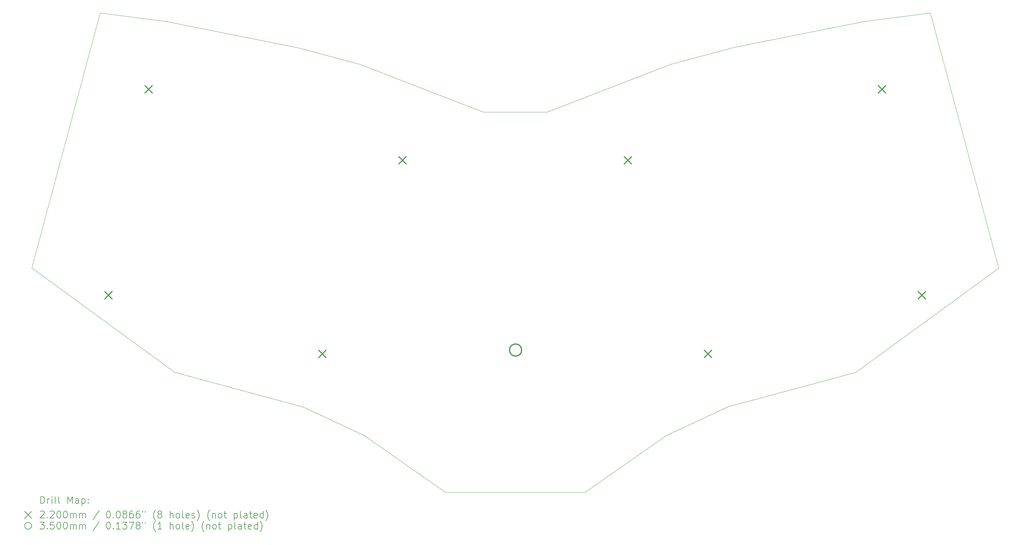
<source format=gbr>
%TF.GenerationSoftware,KiCad,Pcbnew,9.0.7*%
%TF.CreationDate,2026-02-21T19:35:25+09:00*%
%TF.ProjectId,bottom-plate,626f7474-6f6d-42d7-906c-6174652e6b69,rev?*%
%TF.SameCoordinates,Original*%
%TF.FileFunction,Drillmap*%
%TF.FilePolarity,Positive*%
%FSLAX45Y45*%
G04 Gerber Fmt 4.5, Leading zero omitted, Abs format (unit mm)*
G04 Created by KiCad (PCBNEW 9.0.7) date 2026-02-21 19:35:25*
%MOMM*%
%LPD*%
G01*
G04 APERTURE LIST*
%ADD10C,0.050000*%
%ADD11C,0.200000*%
%ADD12C,0.220000*%
%ADD13C,0.350000*%
G04 APERTURE END LIST*
D10*
X26949400Y-5836920D02*
X28823920Y-5466080D01*
X8930640Y-15590520D02*
X4810760Y-12578080D01*
X10561320Y-5836920D02*
X12435840Y-6207760D01*
X16753840Y-19060160D02*
X14396720Y-17409160D01*
X12633960Y-16586200D02*
X8930640Y-15590520D01*
X17840960Y-8082169D02*
X19674840Y-8082169D01*
X14274800Y-6700520D02*
X17840960Y-8082169D01*
X28823920Y-5466080D02*
X30734001Y-5217160D01*
X12435840Y-6207760D02*
X14274800Y-6700520D01*
X6781800Y-5217160D02*
X8691880Y-5466079D01*
X19674840Y-8082169D02*
X23241000Y-6700520D01*
X23241000Y-6700520D02*
X25079960Y-6207760D01*
X24881840Y-16586201D02*
X23119080Y-17409160D01*
X32705040Y-12583161D02*
X28580080Y-15590520D01*
X14396720Y-17409160D02*
X12633960Y-16586200D01*
X25079960Y-6207760D02*
X26949400Y-5836920D01*
X30734001Y-5217160D02*
X32705040Y-12583161D01*
X28580080Y-15590520D02*
X24881840Y-16586201D01*
X20761960Y-19060160D02*
X16753840Y-19060160D01*
X23119080Y-17409160D02*
X20761960Y-19060160D01*
X8691880Y-5466079D02*
X10561320Y-5836920D01*
X4810760Y-12578080D02*
X6781800Y-5217160D01*
D11*
D12*
X6910003Y-13251572D02*
X7130003Y-13471572D01*
X7130003Y-13251572D02*
X6910003Y-13471572D01*
X8065703Y-7307972D02*
X8285703Y-7527972D01*
X8285703Y-7307972D02*
X8065703Y-7527972D01*
X13082203Y-14940672D02*
X13302203Y-15160672D01*
X13302203Y-14940672D02*
X13082203Y-15160672D01*
X15393603Y-9352673D02*
X15613603Y-9572673D01*
X15613603Y-9352673D02*
X15393603Y-9572673D01*
X21896003Y-9352673D02*
X22116003Y-9572673D01*
X22116003Y-9352673D02*
X21896003Y-9572673D01*
X24207403Y-14940672D02*
X24427403Y-15160672D01*
X24427403Y-14940672D02*
X24207403Y-15160672D01*
X29223903Y-7307972D02*
X29443903Y-7527972D01*
X29443903Y-7307972D02*
X29223903Y-7527972D01*
X30379603Y-13251572D02*
X30599603Y-13471572D01*
X30599603Y-13251572D02*
X30379603Y-13471572D01*
D13*
X18945600Y-14947900D02*
G75*
G02*
X18595600Y-14947900I-175000J0D01*
G01*
X18595600Y-14947900D02*
G75*
G02*
X18945600Y-14947900I175000J0D01*
G01*
D11*
X5069037Y-19374144D02*
X5069037Y-19174144D01*
X5069037Y-19174144D02*
X5116656Y-19174144D01*
X5116656Y-19174144D02*
X5145228Y-19183668D01*
X5145228Y-19183668D02*
X5164275Y-19202715D01*
X5164275Y-19202715D02*
X5173799Y-19221763D01*
X5173799Y-19221763D02*
X5183323Y-19259858D01*
X5183323Y-19259858D02*
X5183323Y-19288429D01*
X5183323Y-19288429D02*
X5173799Y-19326525D01*
X5173799Y-19326525D02*
X5164275Y-19345572D01*
X5164275Y-19345572D02*
X5145228Y-19364620D01*
X5145228Y-19364620D02*
X5116656Y-19374144D01*
X5116656Y-19374144D02*
X5069037Y-19374144D01*
X5269037Y-19374144D02*
X5269037Y-19240810D01*
X5269037Y-19278906D02*
X5278561Y-19259858D01*
X5278561Y-19259858D02*
X5288085Y-19250334D01*
X5288085Y-19250334D02*
X5307132Y-19240810D01*
X5307132Y-19240810D02*
X5326180Y-19240810D01*
X5392847Y-19374144D02*
X5392847Y-19240810D01*
X5392847Y-19174144D02*
X5383323Y-19183668D01*
X5383323Y-19183668D02*
X5392847Y-19193191D01*
X5392847Y-19193191D02*
X5402370Y-19183668D01*
X5402370Y-19183668D02*
X5392847Y-19174144D01*
X5392847Y-19174144D02*
X5392847Y-19193191D01*
X5516656Y-19374144D02*
X5497609Y-19364620D01*
X5497609Y-19364620D02*
X5488085Y-19345572D01*
X5488085Y-19345572D02*
X5488085Y-19174144D01*
X5621418Y-19374144D02*
X5602370Y-19364620D01*
X5602370Y-19364620D02*
X5592847Y-19345572D01*
X5592847Y-19345572D02*
X5592847Y-19174144D01*
X5849989Y-19374144D02*
X5849989Y-19174144D01*
X5849989Y-19174144D02*
X5916656Y-19317001D01*
X5916656Y-19317001D02*
X5983323Y-19174144D01*
X5983323Y-19174144D02*
X5983323Y-19374144D01*
X6164275Y-19374144D02*
X6164275Y-19269382D01*
X6164275Y-19269382D02*
X6154751Y-19250334D01*
X6154751Y-19250334D02*
X6135704Y-19240810D01*
X6135704Y-19240810D02*
X6097608Y-19240810D01*
X6097608Y-19240810D02*
X6078561Y-19250334D01*
X6164275Y-19364620D02*
X6145228Y-19374144D01*
X6145228Y-19374144D02*
X6097608Y-19374144D01*
X6097608Y-19374144D02*
X6078561Y-19364620D01*
X6078561Y-19364620D02*
X6069037Y-19345572D01*
X6069037Y-19345572D02*
X6069037Y-19326525D01*
X6069037Y-19326525D02*
X6078561Y-19307477D01*
X6078561Y-19307477D02*
X6097608Y-19297953D01*
X6097608Y-19297953D02*
X6145228Y-19297953D01*
X6145228Y-19297953D02*
X6164275Y-19288429D01*
X6259513Y-19240810D02*
X6259513Y-19440810D01*
X6259513Y-19250334D02*
X6278561Y-19240810D01*
X6278561Y-19240810D02*
X6316656Y-19240810D01*
X6316656Y-19240810D02*
X6335704Y-19250334D01*
X6335704Y-19250334D02*
X6345228Y-19259858D01*
X6345228Y-19259858D02*
X6354751Y-19278906D01*
X6354751Y-19278906D02*
X6354751Y-19336048D01*
X6354751Y-19336048D02*
X6345228Y-19355096D01*
X6345228Y-19355096D02*
X6335704Y-19364620D01*
X6335704Y-19364620D02*
X6316656Y-19374144D01*
X6316656Y-19374144D02*
X6278561Y-19374144D01*
X6278561Y-19374144D02*
X6259513Y-19364620D01*
X6440466Y-19355096D02*
X6449989Y-19364620D01*
X6449989Y-19364620D02*
X6440466Y-19374144D01*
X6440466Y-19374144D02*
X6430942Y-19364620D01*
X6430942Y-19364620D02*
X6440466Y-19355096D01*
X6440466Y-19355096D02*
X6440466Y-19374144D01*
X6440466Y-19250334D02*
X6449989Y-19259858D01*
X6449989Y-19259858D02*
X6440466Y-19269382D01*
X6440466Y-19269382D02*
X6430942Y-19259858D01*
X6430942Y-19259858D02*
X6440466Y-19250334D01*
X6440466Y-19250334D02*
X6440466Y-19269382D01*
X4608260Y-19602660D02*
X4808260Y-19802660D01*
X4808260Y-19602660D02*
X4608260Y-19802660D01*
X5059513Y-19613191D02*
X5069037Y-19603668D01*
X5069037Y-19603668D02*
X5088085Y-19594144D01*
X5088085Y-19594144D02*
X5135704Y-19594144D01*
X5135704Y-19594144D02*
X5154751Y-19603668D01*
X5154751Y-19603668D02*
X5164275Y-19613191D01*
X5164275Y-19613191D02*
X5173799Y-19632239D01*
X5173799Y-19632239D02*
X5173799Y-19651287D01*
X5173799Y-19651287D02*
X5164275Y-19679858D01*
X5164275Y-19679858D02*
X5049990Y-19794144D01*
X5049990Y-19794144D02*
X5173799Y-19794144D01*
X5259513Y-19775096D02*
X5269037Y-19784620D01*
X5269037Y-19784620D02*
X5259513Y-19794144D01*
X5259513Y-19794144D02*
X5249990Y-19784620D01*
X5249990Y-19784620D02*
X5259513Y-19775096D01*
X5259513Y-19775096D02*
X5259513Y-19794144D01*
X5345228Y-19613191D02*
X5354751Y-19603668D01*
X5354751Y-19603668D02*
X5373799Y-19594144D01*
X5373799Y-19594144D02*
X5421418Y-19594144D01*
X5421418Y-19594144D02*
X5440466Y-19603668D01*
X5440466Y-19603668D02*
X5449990Y-19613191D01*
X5449990Y-19613191D02*
X5459513Y-19632239D01*
X5459513Y-19632239D02*
X5459513Y-19651287D01*
X5459513Y-19651287D02*
X5449990Y-19679858D01*
X5449990Y-19679858D02*
X5335704Y-19794144D01*
X5335704Y-19794144D02*
X5459513Y-19794144D01*
X5583323Y-19594144D02*
X5602370Y-19594144D01*
X5602370Y-19594144D02*
X5621418Y-19603668D01*
X5621418Y-19603668D02*
X5630942Y-19613191D01*
X5630942Y-19613191D02*
X5640466Y-19632239D01*
X5640466Y-19632239D02*
X5649989Y-19670334D01*
X5649989Y-19670334D02*
X5649989Y-19717953D01*
X5649989Y-19717953D02*
X5640466Y-19756048D01*
X5640466Y-19756048D02*
X5630942Y-19775096D01*
X5630942Y-19775096D02*
X5621418Y-19784620D01*
X5621418Y-19784620D02*
X5602370Y-19794144D01*
X5602370Y-19794144D02*
X5583323Y-19794144D01*
X5583323Y-19794144D02*
X5564275Y-19784620D01*
X5564275Y-19784620D02*
X5554751Y-19775096D01*
X5554751Y-19775096D02*
X5545228Y-19756048D01*
X5545228Y-19756048D02*
X5535704Y-19717953D01*
X5535704Y-19717953D02*
X5535704Y-19670334D01*
X5535704Y-19670334D02*
X5545228Y-19632239D01*
X5545228Y-19632239D02*
X5554751Y-19613191D01*
X5554751Y-19613191D02*
X5564275Y-19603668D01*
X5564275Y-19603668D02*
X5583323Y-19594144D01*
X5773799Y-19594144D02*
X5792847Y-19594144D01*
X5792847Y-19594144D02*
X5811894Y-19603668D01*
X5811894Y-19603668D02*
X5821418Y-19613191D01*
X5821418Y-19613191D02*
X5830942Y-19632239D01*
X5830942Y-19632239D02*
X5840466Y-19670334D01*
X5840466Y-19670334D02*
X5840466Y-19717953D01*
X5840466Y-19717953D02*
X5830942Y-19756048D01*
X5830942Y-19756048D02*
X5821418Y-19775096D01*
X5821418Y-19775096D02*
X5811894Y-19784620D01*
X5811894Y-19784620D02*
X5792847Y-19794144D01*
X5792847Y-19794144D02*
X5773799Y-19794144D01*
X5773799Y-19794144D02*
X5754751Y-19784620D01*
X5754751Y-19784620D02*
X5745228Y-19775096D01*
X5745228Y-19775096D02*
X5735704Y-19756048D01*
X5735704Y-19756048D02*
X5726180Y-19717953D01*
X5726180Y-19717953D02*
X5726180Y-19670334D01*
X5726180Y-19670334D02*
X5735704Y-19632239D01*
X5735704Y-19632239D02*
X5745228Y-19613191D01*
X5745228Y-19613191D02*
X5754751Y-19603668D01*
X5754751Y-19603668D02*
X5773799Y-19594144D01*
X5926180Y-19794144D02*
X5926180Y-19660810D01*
X5926180Y-19679858D02*
X5935704Y-19670334D01*
X5935704Y-19670334D02*
X5954751Y-19660810D01*
X5954751Y-19660810D02*
X5983323Y-19660810D01*
X5983323Y-19660810D02*
X6002370Y-19670334D01*
X6002370Y-19670334D02*
X6011894Y-19689382D01*
X6011894Y-19689382D02*
X6011894Y-19794144D01*
X6011894Y-19689382D02*
X6021418Y-19670334D01*
X6021418Y-19670334D02*
X6040466Y-19660810D01*
X6040466Y-19660810D02*
X6069037Y-19660810D01*
X6069037Y-19660810D02*
X6088085Y-19670334D01*
X6088085Y-19670334D02*
X6097609Y-19689382D01*
X6097609Y-19689382D02*
X6097609Y-19794144D01*
X6192847Y-19794144D02*
X6192847Y-19660810D01*
X6192847Y-19679858D02*
X6202370Y-19670334D01*
X6202370Y-19670334D02*
X6221418Y-19660810D01*
X6221418Y-19660810D02*
X6249990Y-19660810D01*
X6249990Y-19660810D02*
X6269037Y-19670334D01*
X6269037Y-19670334D02*
X6278561Y-19689382D01*
X6278561Y-19689382D02*
X6278561Y-19794144D01*
X6278561Y-19689382D02*
X6288085Y-19670334D01*
X6288085Y-19670334D02*
X6307132Y-19660810D01*
X6307132Y-19660810D02*
X6335704Y-19660810D01*
X6335704Y-19660810D02*
X6354751Y-19670334D01*
X6354751Y-19670334D02*
X6364275Y-19689382D01*
X6364275Y-19689382D02*
X6364275Y-19794144D01*
X6754751Y-19584620D02*
X6583323Y-19841763D01*
X7011894Y-19594144D02*
X7030942Y-19594144D01*
X7030942Y-19594144D02*
X7049990Y-19603668D01*
X7049990Y-19603668D02*
X7059513Y-19613191D01*
X7059513Y-19613191D02*
X7069037Y-19632239D01*
X7069037Y-19632239D02*
X7078561Y-19670334D01*
X7078561Y-19670334D02*
X7078561Y-19717953D01*
X7078561Y-19717953D02*
X7069037Y-19756048D01*
X7069037Y-19756048D02*
X7059513Y-19775096D01*
X7059513Y-19775096D02*
X7049990Y-19784620D01*
X7049990Y-19784620D02*
X7030942Y-19794144D01*
X7030942Y-19794144D02*
X7011894Y-19794144D01*
X7011894Y-19794144D02*
X6992847Y-19784620D01*
X6992847Y-19784620D02*
X6983323Y-19775096D01*
X6983323Y-19775096D02*
X6973799Y-19756048D01*
X6973799Y-19756048D02*
X6964275Y-19717953D01*
X6964275Y-19717953D02*
X6964275Y-19670334D01*
X6964275Y-19670334D02*
X6973799Y-19632239D01*
X6973799Y-19632239D02*
X6983323Y-19613191D01*
X6983323Y-19613191D02*
X6992847Y-19603668D01*
X6992847Y-19603668D02*
X7011894Y-19594144D01*
X7164275Y-19775096D02*
X7173799Y-19784620D01*
X7173799Y-19784620D02*
X7164275Y-19794144D01*
X7164275Y-19794144D02*
X7154752Y-19784620D01*
X7154752Y-19784620D02*
X7164275Y-19775096D01*
X7164275Y-19775096D02*
X7164275Y-19794144D01*
X7297609Y-19594144D02*
X7316656Y-19594144D01*
X7316656Y-19594144D02*
X7335704Y-19603668D01*
X7335704Y-19603668D02*
X7345228Y-19613191D01*
X7345228Y-19613191D02*
X7354752Y-19632239D01*
X7354752Y-19632239D02*
X7364275Y-19670334D01*
X7364275Y-19670334D02*
X7364275Y-19717953D01*
X7364275Y-19717953D02*
X7354752Y-19756048D01*
X7354752Y-19756048D02*
X7345228Y-19775096D01*
X7345228Y-19775096D02*
X7335704Y-19784620D01*
X7335704Y-19784620D02*
X7316656Y-19794144D01*
X7316656Y-19794144D02*
X7297609Y-19794144D01*
X7297609Y-19794144D02*
X7278561Y-19784620D01*
X7278561Y-19784620D02*
X7269037Y-19775096D01*
X7269037Y-19775096D02*
X7259513Y-19756048D01*
X7259513Y-19756048D02*
X7249990Y-19717953D01*
X7249990Y-19717953D02*
X7249990Y-19670334D01*
X7249990Y-19670334D02*
X7259513Y-19632239D01*
X7259513Y-19632239D02*
X7269037Y-19613191D01*
X7269037Y-19613191D02*
X7278561Y-19603668D01*
X7278561Y-19603668D02*
X7297609Y-19594144D01*
X7478561Y-19679858D02*
X7459513Y-19670334D01*
X7459513Y-19670334D02*
X7449990Y-19660810D01*
X7449990Y-19660810D02*
X7440466Y-19641763D01*
X7440466Y-19641763D02*
X7440466Y-19632239D01*
X7440466Y-19632239D02*
X7449990Y-19613191D01*
X7449990Y-19613191D02*
X7459513Y-19603668D01*
X7459513Y-19603668D02*
X7478561Y-19594144D01*
X7478561Y-19594144D02*
X7516656Y-19594144D01*
X7516656Y-19594144D02*
X7535704Y-19603668D01*
X7535704Y-19603668D02*
X7545228Y-19613191D01*
X7545228Y-19613191D02*
X7554752Y-19632239D01*
X7554752Y-19632239D02*
X7554752Y-19641763D01*
X7554752Y-19641763D02*
X7545228Y-19660810D01*
X7545228Y-19660810D02*
X7535704Y-19670334D01*
X7535704Y-19670334D02*
X7516656Y-19679858D01*
X7516656Y-19679858D02*
X7478561Y-19679858D01*
X7478561Y-19679858D02*
X7459513Y-19689382D01*
X7459513Y-19689382D02*
X7449990Y-19698906D01*
X7449990Y-19698906D02*
X7440466Y-19717953D01*
X7440466Y-19717953D02*
X7440466Y-19756048D01*
X7440466Y-19756048D02*
X7449990Y-19775096D01*
X7449990Y-19775096D02*
X7459513Y-19784620D01*
X7459513Y-19784620D02*
X7478561Y-19794144D01*
X7478561Y-19794144D02*
X7516656Y-19794144D01*
X7516656Y-19794144D02*
X7535704Y-19784620D01*
X7535704Y-19784620D02*
X7545228Y-19775096D01*
X7545228Y-19775096D02*
X7554752Y-19756048D01*
X7554752Y-19756048D02*
X7554752Y-19717953D01*
X7554752Y-19717953D02*
X7545228Y-19698906D01*
X7545228Y-19698906D02*
X7535704Y-19689382D01*
X7535704Y-19689382D02*
X7516656Y-19679858D01*
X7726180Y-19594144D02*
X7688085Y-19594144D01*
X7688085Y-19594144D02*
X7669037Y-19603668D01*
X7669037Y-19603668D02*
X7659513Y-19613191D01*
X7659513Y-19613191D02*
X7640466Y-19641763D01*
X7640466Y-19641763D02*
X7630942Y-19679858D01*
X7630942Y-19679858D02*
X7630942Y-19756048D01*
X7630942Y-19756048D02*
X7640466Y-19775096D01*
X7640466Y-19775096D02*
X7649990Y-19784620D01*
X7649990Y-19784620D02*
X7669037Y-19794144D01*
X7669037Y-19794144D02*
X7707133Y-19794144D01*
X7707133Y-19794144D02*
X7726180Y-19784620D01*
X7726180Y-19784620D02*
X7735704Y-19775096D01*
X7735704Y-19775096D02*
X7745228Y-19756048D01*
X7745228Y-19756048D02*
X7745228Y-19708429D01*
X7745228Y-19708429D02*
X7735704Y-19689382D01*
X7735704Y-19689382D02*
X7726180Y-19679858D01*
X7726180Y-19679858D02*
X7707133Y-19670334D01*
X7707133Y-19670334D02*
X7669037Y-19670334D01*
X7669037Y-19670334D02*
X7649990Y-19679858D01*
X7649990Y-19679858D02*
X7640466Y-19689382D01*
X7640466Y-19689382D02*
X7630942Y-19708429D01*
X7916656Y-19594144D02*
X7878561Y-19594144D01*
X7878561Y-19594144D02*
X7859513Y-19603668D01*
X7859513Y-19603668D02*
X7849990Y-19613191D01*
X7849990Y-19613191D02*
X7830942Y-19641763D01*
X7830942Y-19641763D02*
X7821418Y-19679858D01*
X7821418Y-19679858D02*
X7821418Y-19756048D01*
X7821418Y-19756048D02*
X7830942Y-19775096D01*
X7830942Y-19775096D02*
X7840466Y-19784620D01*
X7840466Y-19784620D02*
X7859513Y-19794144D01*
X7859513Y-19794144D02*
X7897609Y-19794144D01*
X7897609Y-19794144D02*
X7916656Y-19784620D01*
X7916656Y-19784620D02*
X7926180Y-19775096D01*
X7926180Y-19775096D02*
X7935704Y-19756048D01*
X7935704Y-19756048D02*
X7935704Y-19708429D01*
X7935704Y-19708429D02*
X7926180Y-19689382D01*
X7926180Y-19689382D02*
X7916656Y-19679858D01*
X7916656Y-19679858D02*
X7897609Y-19670334D01*
X7897609Y-19670334D02*
X7859513Y-19670334D01*
X7859513Y-19670334D02*
X7840466Y-19679858D01*
X7840466Y-19679858D02*
X7830942Y-19689382D01*
X7830942Y-19689382D02*
X7821418Y-19708429D01*
X8011894Y-19594144D02*
X8011894Y-19632239D01*
X8088085Y-19594144D02*
X8088085Y-19632239D01*
X8383323Y-19870334D02*
X8373799Y-19860810D01*
X8373799Y-19860810D02*
X8354752Y-19832239D01*
X8354752Y-19832239D02*
X8345228Y-19813191D01*
X8345228Y-19813191D02*
X8335704Y-19784620D01*
X8335704Y-19784620D02*
X8326180Y-19737001D01*
X8326180Y-19737001D02*
X8326180Y-19698906D01*
X8326180Y-19698906D02*
X8335704Y-19651287D01*
X8335704Y-19651287D02*
X8345228Y-19622715D01*
X8345228Y-19622715D02*
X8354752Y-19603668D01*
X8354752Y-19603668D02*
X8373799Y-19575096D01*
X8373799Y-19575096D02*
X8383323Y-19565572D01*
X8488085Y-19679858D02*
X8469037Y-19670334D01*
X8469037Y-19670334D02*
X8459514Y-19660810D01*
X8459514Y-19660810D02*
X8449990Y-19641763D01*
X8449990Y-19641763D02*
X8449990Y-19632239D01*
X8449990Y-19632239D02*
X8459514Y-19613191D01*
X8459514Y-19613191D02*
X8469037Y-19603668D01*
X8469037Y-19603668D02*
X8488085Y-19594144D01*
X8488085Y-19594144D02*
X8526180Y-19594144D01*
X8526180Y-19594144D02*
X8545228Y-19603668D01*
X8545228Y-19603668D02*
X8554752Y-19613191D01*
X8554752Y-19613191D02*
X8564276Y-19632239D01*
X8564276Y-19632239D02*
X8564276Y-19641763D01*
X8564276Y-19641763D02*
X8554752Y-19660810D01*
X8554752Y-19660810D02*
X8545228Y-19670334D01*
X8545228Y-19670334D02*
X8526180Y-19679858D01*
X8526180Y-19679858D02*
X8488085Y-19679858D01*
X8488085Y-19679858D02*
X8469037Y-19689382D01*
X8469037Y-19689382D02*
X8459514Y-19698906D01*
X8459514Y-19698906D02*
X8449990Y-19717953D01*
X8449990Y-19717953D02*
X8449990Y-19756048D01*
X8449990Y-19756048D02*
X8459514Y-19775096D01*
X8459514Y-19775096D02*
X8469037Y-19784620D01*
X8469037Y-19784620D02*
X8488085Y-19794144D01*
X8488085Y-19794144D02*
X8526180Y-19794144D01*
X8526180Y-19794144D02*
X8545228Y-19784620D01*
X8545228Y-19784620D02*
X8554752Y-19775096D01*
X8554752Y-19775096D02*
X8564276Y-19756048D01*
X8564276Y-19756048D02*
X8564276Y-19717953D01*
X8564276Y-19717953D02*
X8554752Y-19698906D01*
X8554752Y-19698906D02*
X8545228Y-19689382D01*
X8545228Y-19689382D02*
X8526180Y-19679858D01*
X8802371Y-19794144D02*
X8802371Y-19594144D01*
X8888085Y-19794144D02*
X8888085Y-19689382D01*
X8888085Y-19689382D02*
X8878561Y-19670334D01*
X8878561Y-19670334D02*
X8859514Y-19660810D01*
X8859514Y-19660810D02*
X8830942Y-19660810D01*
X8830942Y-19660810D02*
X8811895Y-19670334D01*
X8811895Y-19670334D02*
X8802371Y-19679858D01*
X9011895Y-19794144D02*
X8992847Y-19784620D01*
X8992847Y-19784620D02*
X8983323Y-19775096D01*
X8983323Y-19775096D02*
X8973799Y-19756048D01*
X8973799Y-19756048D02*
X8973799Y-19698906D01*
X8973799Y-19698906D02*
X8983323Y-19679858D01*
X8983323Y-19679858D02*
X8992847Y-19670334D01*
X8992847Y-19670334D02*
X9011895Y-19660810D01*
X9011895Y-19660810D02*
X9040466Y-19660810D01*
X9040466Y-19660810D02*
X9059514Y-19670334D01*
X9059514Y-19670334D02*
X9069038Y-19679858D01*
X9069038Y-19679858D02*
X9078561Y-19698906D01*
X9078561Y-19698906D02*
X9078561Y-19756048D01*
X9078561Y-19756048D02*
X9069038Y-19775096D01*
X9069038Y-19775096D02*
X9059514Y-19784620D01*
X9059514Y-19784620D02*
X9040466Y-19794144D01*
X9040466Y-19794144D02*
X9011895Y-19794144D01*
X9192847Y-19794144D02*
X9173799Y-19784620D01*
X9173799Y-19784620D02*
X9164276Y-19765572D01*
X9164276Y-19765572D02*
X9164276Y-19594144D01*
X9345228Y-19784620D02*
X9326180Y-19794144D01*
X9326180Y-19794144D02*
X9288085Y-19794144D01*
X9288085Y-19794144D02*
X9269038Y-19784620D01*
X9269038Y-19784620D02*
X9259514Y-19765572D01*
X9259514Y-19765572D02*
X9259514Y-19689382D01*
X9259514Y-19689382D02*
X9269038Y-19670334D01*
X9269038Y-19670334D02*
X9288085Y-19660810D01*
X9288085Y-19660810D02*
X9326180Y-19660810D01*
X9326180Y-19660810D02*
X9345228Y-19670334D01*
X9345228Y-19670334D02*
X9354752Y-19689382D01*
X9354752Y-19689382D02*
X9354752Y-19708429D01*
X9354752Y-19708429D02*
X9259514Y-19727477D01*
X9430942Y-19784620D02*
X9449990Y-19794144D01*
X9449990Y-19794144D02*
X9488085Y-19794144D01*
X9488085Y-19794144D02*
X9507133Y-19784620D01*
X9507133Y-19784620D02*
X9516657Y-19765572D01*
X9516657Y-19765572D02*
X9516657Y-19756048D01*
X9516657Y-19756048D02*
X9507133Y-19737001D01*
X9507133Y-19737001D02*
X9488085Y-19727477D01*
X9488085Y-19727477D02*
X9459514Y-19727477D01*
X9459514Y-19727477D02*
X9440466Y-19717953D01*
X9440466Y-19717953D02*
X9430942Y-19698906D01*
X9430942Y-19698906D02*
X9430942Y-19689382D01*
X9430942Y-19689382D02*
X9440466Y-19670334D01*
X9440466Y-19670334D02*
X9459514Y-19660810D01*
X9459514Y-19660810D02*
X9488085Y-19660810D01*
X9488085Y-19660810D02*
X9507133Y-19670334D01*
X9583323Y-19870334D02*
X9592847Y-19860810D01*
X9592847Y-19860810D02*
X9611895Y-19832239D01*
X9611895Y-19832239D02*
X9621419Y-19813191D01*
X9621419Y-19813191D02*
X9630942Y-19784620D01*
X9630942Y-19784620D02*
X9640466Y-19737001D01*
X9640466Y-19737001D02*
X9640466Y-19698906D01*
X9640466Y-19698906D02*
X9630942Y-19651287D01*
X9630942Y-19651287D02*
X9621419Y-19622715D01*
X9621419Y-19622715D02*
X9611895Y-19603668D01*
X9611895Y-19603668D02*
X9592847Y-19575096D01*
X9592847Y-19575096D02*
X9583323Y-19565572D01*
X9945228Y-19870334D02*
X9935704Y-19860810D01*
X9935704Y-19860810D02*
X9916657Y-19832239D01*
X9916657Y-19832239D02*
X9907133Y-19813191D01*
X9907133Y-19813191D02*
X9897609Y-19784620D01*
X9897609Y-19784620D02*
X9888085Y-19737001D01*
X9888085Y-19737001D02*
X9888085Y-19698906D01*
X9888085Y-19698906D02*
X9897609Y-19651287D01*
X9897609Y-19651287D02*
X9907133Y-19622715D01*
X9907133Y-19622715D02*
X9916657Y-19603668D01*
X9916657Y-19603668D02*
X9935704Y-19575096D01*
X9935704Y-19575096D02*
X9945228Y-19565572D01*
X10021419Y-19660810D02*
X10021419Y-19794144D01*
X10021419Y-19679858D02*
X10030942Y-19670334D01*
X10030942Y-19670334D02*
X10049990Y-19660810D01*
X10049990Y-19660810D02*
X10078561Y-19660810D01*
X10078561Y-19660810D02*
X10097609Y-19670334D01*
X10097609Y-19670334D02*
X10107133Y-19689382D01*
X10107133Y-19689382D02*
X10107133Y-19794144D01*
X10230942Y-19794144D02*
X10211895Y-19784620D01*
X10211895Y-19784620D02*
X10202371Y-19775096D01*
X10202371Y-19775096D02*
X10192847Y-19756048D01*
X10192847Y-19756048D02*
X10192847Y-19698906D01*
X10192847Y-19698906D02*
X10202371Y-19679858D01*
X10202371Y-19679858D02*
X10211895Y-19670334D01*
X10211895Y-19670334D02*
X10230942Y-19660810D01*
X10230942Y-19660810D02*
X10259514Y-19660810D01*
X10259514Y-19660810D02*
X10278561Y-19670334D01*
X10278561Y-19670334D02*
X10288085Y-19679858D01*
X10288085Y-19679858D02*
X10297609Y-19698906D01*
X10297609Y-19698906D02*
X10297609Y-19756048D01*
X10297609Y-19756048D02*
X10288085Y-19775096D01*
X10288085Y-19775096D02*
X10278561Y-19784620D01*
X10278561Y-19784620D02*
X10259514Y-19794144D01*
X10259514Y-19794144D02*
X10230942Y-19794144D01*
X10354752Y-19660810D02*
X10430942Y-19660810D01*
X10383323Y-19594144D02*
X10383323Y-19765572D01*
X10383323Y-19765572D02*
X10392847Y-19784620D01*
X10392847Y-19784620D02*
X10411895Y-19794144D01*
X10411895Y-19794144D02*
X10430942Y-19794144D01*
X10649990Y-19660810D02*
X10649990Y-19860810D01*
X10649990Y-19670334D02*
X10669038Y-19660810D01*
X10669038Y-19660810D02*
X10707133Y-19660810D01*
X10707133Y-19660810D02*
X10726181Y-19670334D01*
X10726181Y-19670334D02*
X10735704Y-19679858D01*
X10735704Y-19679858D02*
X10745228Y-19698906D01*
X10745228Y-19698906D02*
X10745228Y-19756048D01*
X10745228Y-19756048D02*
X10735704Y-19775096D01*
X10735704Y-19775096D02*
X10726181Y-19784620D01*
X10726181Y-19784620D02*
X10707133Y-19794144D01*
X10707133Y-19794144D02*
X10669038Y-19794144D01*
X10669038Y-19794144D02*
X10649990Y-19784620D01*
X10859514Y-19794144D02*
X10840466Y-19784620D01*
X10840466Y-19784620D02*
X10830942Y-19765572D01*
X10830942Y-19765572D02*
X10830942Y-19594144D01*
X11021419Y-19794144D02*
X11021419Y-19689382D01*
X11021419Y-19689382D02*
X11011895Y-19670334D01*
X11011895Y-19670334D02*
X10992847Y-19660810D01*
X10992847Y-19660810D02*
X10954752Y-19660810D01*
X10954752Y-19660810D02*
X10935704Y-19670334D01*
X11021419Y-19784620D02*
X11002371Y-19794144D01*
X11002371Y-19794144D02*
X10954752Y-19794144D01*
X10954752Y-19794144D02*
X10935704Y-19784620D01*
X10935704Y-19784620D02*
X10926181Y-19765572D01*
X10926181Y-19765572D02*
X10926181Y-19746525D01*
X10926181Y-19746525D02*
X10935704Y-19727477D01*
X10935704Y-19727477D02*
X10954752Y-19717953D01*
X10954752Y-19717953D02*
X11002371Y-19717953D01*
X11002371Y-19717953D02*
X11021419Y-19708429D01*
X11088085Y-19660810D02*
X11164276Y-19660810D01*
X11116657Y-19594144D02*
X11116657Y-19765572D01*
X11116657Y-19765572D02*
X11126181Y-19784620D01*
X11126181Y-19784620D02*
X11145228Y-19794144D01*
X11145228Y-19794144D02*
X11164276Y-19794144D01*
X11307133Y-19784620D02*
X11288085Y-19794144D01*
X11288085Y-19794144D02*
X11249990Y-19794144D01*
X11249990Y-19794144D02*
X11230942Y-19784620D01*
X11230942Y-19784620D02*
X11221419Y-19765572D01*
X11221419Y-19765572D02*
X11221419Y-19689382D01*
X11221419Y-19689382D02*
X11230942Y-19670334D01*
X11230942Y-19670334D02*
X11249990Y-19660810D01*
X11249990Y-19660810D02*
X11288085Y-19660810D01*
X11288085Y-19660810D02*
X11307133Y-19670334D01*
X11307133Y-19670334D02*
X11316657Y-19689382D01*
X11316657Y-19689382D02*
X11316657Y-19708429D01*
X11316657Y-19708429D02*
X11221419Y-19727477D01*
X11488085Y-19794144D02*
X11488085Y-19594144D01*
X11488085Y-19784620D02*
X11469038Y-19794144D01*
X11469038Y-19794144D02*
X11430942Y-19794144D01*
X11430942Y-19794144D02*
X11411895Y-19784620D01*
X11411895Y-19784620D02*
X11402371Y-19775096D01*
X11402371Y-19775096D02*
X11392847Y-19756048D01*
X11392847Y-19756048D02*
X11392847Y-19698906D01*
X11392847Y-19698906D02*
X11402371Y-19679858D01*
X11402371Y-19679858D02*
X11411895Y-19670334D01*
X11411895Y-19670334D02*
X11430942Y-19660810D01*
X11430942Y-19660810D02*
X11469038Y-19660810D01*
X11469038Y-19660810D02*
X11488085Y-19670334D01*
X11564276Y-19870334D02*
X11573800Y-19860810D01*
X11573800Y-19860810D02*
X11592847Y-19832239D01*
X11592847Y-19832239D02*
X11602371Y-19813191D01*
X11602371Y-19813191D02*
X11611895Y-19784620D01*
X11611895Y-19784620D02*
X11621419Y-19737001D01*
X11621419Y-19737001D02*
X11621419Y-19698906D01*
X11621419Y-19698906D02*
X11611895Y-19651287D01*
X11611895Y-19651287D02*
X11602371Y-19622715D01*
X11602371Y-19622715D02*
X11592847Y-19603668D01*
X11592847Y-19603668D02*
X11573800Y-19575096D01*
X11573800Y-19575096D02*
X11564276Y-19565572D01*
X4808260Y-20022660D02*
G75*
G02*
X4608260Y-20022660I-100000J0D01*
G01*
X4608260Y-20022660D02*
G75*
G02*
X4808260Y-20022660I100000J0D01*
G01*
X5049990Y-19914144D02*
X5173799Y-19914144D01*
X5173799Y-19914144D02*
X5107132Y-19990334D01*
X5107132Y-19990334D02*
X5135704Y-19990334D01*
X5135704Y-19990334D02*
X5154751Y-19999858D01*
X5154751Y-19999858D02*
X5164275Y-20009382D01*
X5164275Y-20009382D02*
X5173799Y-20028429D01*
X5173799Y-20028429D02*
X5173799Y-20076048D01*
X5173799Y-20076048D02*
X5164275Y-20095096D01*
X5164275Y-20095096D02*
X5154751Y-20104620D01*
X5154751Y-20104620D02*
X5135704Y-20114144D01*
X5135704Y-20114144D02*
X5078561Y-20114144D01*
X5078561Y-20114144D02*
X5059513Y-20104620D01*
X5059513Y-20104620D02*
X5049990Y-20095096D01*
X5259513Y-20095096D02*
X5269037Y-20104620D01*
X5269037Y-20104620D02*
X5259513Y-20114144D01*
X5259513Y-20114144D02*
X5249990Y-20104620D01*
X5249990Y-20104620D02*
X5259513Y-20095096D01*
X5259513Y-20095096D02*
X5259513Y-20114144D01*
X5449990Y-19914144D02*
X5354751Y-19914144D01*
X5354751Y-19914144D02*
X5345228Y-20009382D01*
X5345228Y-20009382D02*
X5354751Y-19999858D01*
X5354751Y-19999858D02*
X5373799Y-19990334D01*
X5373799Y-19990334D02*
X5421418Y-19990334D01*
X5421418Y-19990334D02*
X5440466Y-19999858D01*
X5440466Y-19999858D02*
X5449990Y-20009382D01*
X5449990Y-20009382D02*
X5459513Y-20028429D01*
X5459513Y-20028429D02*
X5459513Y-20076048D01*
X5459513Y-20076048D02*
X5449990Y-20095096D01*
X5449990Y-20095096D02*
X5440466Y-20104620D01*
X5440466Y-20104620D02*
X5421418Y-20114144D01*
X5421418Y-20114144D02*
X5373799Y-20114144D01*
X5373799Y-20114144D02*
X5354751Y-20104620D01*
X5354751Y-20104620D02*
X5345228Y-20095096D01*
X5583323Y-19914144D02*
X5602370Y-19914144D01*
X5602370Y-19914144D02*
X5621418Y-19923668D01*
X5621418Y-19923668D02*
X5630942Y-19933191D01*
X5630942Y-19933191D02*
X5640466Y-19952239D01*
X5640466Y-19952239D02*
X5649989Y-19990334D01*
X5649989Y-19990334D02*
X5649989Y-20037953D01*
X5649989Y-20037953D02*
X5640466Y-20076048D01*
X5640466Y-20076048D02*
X5630942Y-20095096D01*
X5630942Y-20095096D02*
X5621418Y-20104620D01*
X5621418Y-20104620D02*
X5602370Y-20114144D01*
X5602370Y-20114144D02*
X5583323Y-20114144D01*
X5583323Y-20114144D02*
X5564275Y-20104620D01*
X5564275Y-20104620D02*
X5554751Y-20095096D01*
X5554751Y-20095096D02*
X5545228Y-20076048D01*
X5545228Y-20076048D02*
X5535704Y-20037953D01*
X5535704Y-20037953D02*
X5535704Y-19990334D01*
X5535704Y-19990334D02*
X5545228Y-19952239D01*
X5545228Y-19952239D02*
X5554751Y-19933191D01*
X5554751Y-19933191D02*
X5564275Y-19923668D01*
X5564275Y-19923668D02*
X5583323Y-19914144D01*
X5773799Y-19914144D02*
X5792847Y-19914144D01*
X5792847Y-19914144D02*
X5811894Y-19923668D01*
X5811894Y-19923668D02*
X5821418Y-19933191D01*
X5821418Y-19933191D02*
X5830942Y-19952239D01*
X5830942Y-19952239D02*
X5840466Y-19990334D01*
X5840466Y-19990334D02*
X5840466Y-20037953D01*
X5840466Y-20037953D02*
X5830942Y-20076048D01*
X5830942Y-20076048D02*
X5821418Y-20095096D01*
X5821418Y-20095096D02*
X5811894Y-20104620D01*
X5811894Y-20104620D02*
X5792847Y-20114144D01*
X5792847Y-20114144D02*
X5773799Y-20114144D01*
X5773799Y-20114144D02*
X5754751Y-20104620D01*
X5754751Y-20104620D02*
X5745228Y-20095096D01*
X5745228Y-20095096D02*
X5735704Y-20076048D01*
X5735704Y-20076048D02*
X5726180Y-20037953D01*
X5726180Y-20037953D02*
X5726180Y-19990334D01*
X5726180Y-19990334D02*
X5735704Y-19952239D01*
X5735704Y-19952239D02*
X5745228Y-19933191D01*
X5745228Y-19933191D02*
X5754751Y-19923668D01*
X5754751Y-19923668D02*
X5773799Y-19914144D01*
X5926180Y-20114144D02*
X5926180Y-19980810D01*
X5926180Y-19999858D02*
X5935704Y-19990334D01*
X5935704Y-19990334D02*
X5954751Y-19980810D01*
X5954751Y-19980810D02*
X5983323Y-19980810D01*
X5983323Y-19980810D02*
X6002370Y-19990334D01*
X6002370Y-19990334D02*
X6011894Y-20009382D01*
X6011894Y-20009382D02*
X6011894Y-20114144D01*
X6011894Y-20009382D02*
X6021418Y-19990334D01*
X6021418Y-19990334D02*
X6040466Y-19980810D01*
X6040466Y-19980810D02*
X6069037Y-19980810D01*
X6069037Y-19980810D02*
X6088085Y-19990334D01*
X6088085Y-19990334D02*
X6097609Y-20009382D01*
X6097609Y-20009382D02*
X6097609Y-20114144D01*
X6192847Y-20114144D02*
X6192847Y-19980810D01*
X6192847Y-19999858D02*
X6202370Y-19990334D01*
X6202370Y-19990334D02*
X6221418Y-19980810D01*
X6221418Y-19980810D02*
X6249990Y-19980810D01*
X6249990Y-19980810D02*
X6269037Y-19990334D01*
X6269037Y-19990334D02*
X6278561Y-20009382D01*
X6278561Y-20009382D02*
X6278561Y-20114144D01*
X6278561Y-20009382D02*
X6288085Y-19990334D01*
X6288085Y-19990334D02*
X6307132Y-19980810D01*
X6307132Y-19980810D02*
X6335704Y-19980810D01*
X6335704Y-19980810D02*
X6354751Y-19990334D01*
X6354751Y-19990334D02*
X6364275Y-20009382D01*
X6364275Y-20009382D02*
X6364275Y-20114144D01*
X6754751Y-19904620D02*
X6583323Y-20161763D01*
X7011894Y-19914144D02*
X7030942Y-19914144D01*
X7030942Y-19914144D02*
X7049990Y-19923668D01*
X7049990Y-19923668D02*
X7059513Y-19933191D01*
X7059513Y-19933191D02*
X7069037Y-19952239D01*
X7069037Y-19952239D02*
X7078561Y-19990334D01*
X7078561Y-19990334D02*
X7078561Y-20037953D01*
X7078561Y-20037953D02*
X7069037Y-20076048D01*
X7069037Y-20076048D02*
X7059513Y-20095096D01*
X7059513Y-20095096D02*
X7049990Y-20104620D01*
X7049990Y-20104620D02*
X7030942Y-20114144D01*
X7030942Y-20114144D02*
X7011894Y-20114144D01*
X7011894Y-20114144D02*
X6992847Y-20104620D01*
X6992847Y-20104620D02*
X6983323Y-20095096D01*
X6983323Y-20095096D02*
X6973799Y-20076048D01*
X6973799Y-20076048D02*
X6964275Y-20037953D01*
X6964275Y-20037953D02*
X6964275Y-19990334D01*
X6964275Y-19990334D02*
X6973799Y-19952239D01*
X6973799Y-19952239D02*
X6983323Y-19933191D01*
X6983323Y-19933191D02*
X6992847Y-19923668D01*
X6992847Y-19923668D02*
X7011894Y-19914144D01*
X7164275Y-20095096D02*
X7173799Y-20104620D01*
X7173799Y-20104620D02*
X7164275Y-20114144D01*
X7164275Y-20114144D02*
X7154752Y-20104620D01*
X7154752Y-20104620D02*
X7164275Y-20095096D01*
X7164275Y-20095096D02*
X7164275Y-20114144D01*
X7364275Y-20114144D02*
X7249990Y-20114144D01*
X7307132Y-20114144D02*
X7307132Y-19914144D01*
X7307132Y-19914144D02*
X7288085Y-19942715D01*
X7288085Y-19942715D02*
X7269037Y-19961763D01*
X7269037Y-19961763D02*
X7249990Y-19971287D01*
X7430942Y-19914144D02*
X7554752Y-19914144D01*
X7554752Y-19914144D02*
X7488085Y-19990334D01*
X7488085Y-19990334D02*
X7516656Y-19990334D01*
X7516656Y-19990334D02*
X7535704Y-19999858D01*
X7535704Y-19999858D02*
X7545228Y-20009382D01*
X7545228Y-20009382D02*
X7554752Y-20028429D01*
X7554752Y-20028429D02*
X7554752Y-20076048D01*
X7554752Y-20076048D02*
X7545228Y-20095096D01*
X7545228Y-20095096D02*
X7535704Y-20104620D01*
X7535704Y-20104620D02*
X7516656Y-20114144D01*
X7516656Y-20114144D02*
X7459513Y-20114144D01*
X7459513Y-20114144D02*
X7440466Y-20104620D01*
X7440466Y-20104620D02*
X7430942Y-20095096D01*
X7621418Y-19914144D02*
X7754752Y-19914144D01*
X7754752Y-19914144D02*
X7669037Y-20114144D01*
X7859513Y-19999858D02*
X7840466Y-19990334D01*
X7840466Y-19990334D02*
X7830942Y-19980810D01*
X7830942Y-19980810D02*
X7821418Y-19961763D01*
X7821418Y-19961763D02*
X7821418Y-19952239D01*
X7821418Y-19952239D02*
X7830942Y-19933191D01*
X7830942Y-19933191D02*
X7840466Y-19923668D01*
X7840466Y-19923668D02*
X7859513Y-19914144D01*
X7859513Y-19914144D02*
X7897609Y-19914144D01*
X7897609Y-19914144D02*
X7916656Y-19923668D01*
X7916656Y-19923668D02*
X7926180Y-19933191D01*
X7926180Y-19933191D02*
X7935704Y-19952239D01*
X7935704Y-19952239D02*
X7935704Y-19961763D01*
X7935704Y-19961763D02*
X7926180Y-19980810D01*
X7926180Y-19980810D02*
X7916656Y-19990334D01*
X7916656Y-19990334D02*
X7897609Y-19999858D01*
X7897609Y-19999858D02*
X7859513Y-19999858D01*
X7859513Y-19999858D02*
X7840466Y-20009382D01*
X7840466Y-20009382D02*
X7830942Y-20018906D01*
X7830942Y-20018906D02*
X7821418Y-20037953D01*
X7821418Y-20037953D02*
X7821418Y-20076048D01*
X7821418Y-20076048D02*
X7830942Y-20095096D01*
X7830942Y-20095096D02*
X7840466Y-20104620D01*
X7840466Y-20104620D02*
X7859513Y-20114144D01*
X7859513Y-20114144D02*
X7897609Y-20114144D01*
X7897609Y-20114144D02*
X7916656Y-20104620D01*
X7916656Y-20104620D02*
X7926180Y-20095096D01*
X7926180Y-20095096D02*
X7935704Y-20076048D01*
X7935704Y-20076048D02*
X7935704Y-20037953D01*
X7935704Y-20037953D02*
X7926180Y-20018906D01*
X7926180Y-20018906D02*
X7916656Y-20009382D01*
X7916656Y-20009382D02*
X7897609Y-19999858D01*
X8011894Y-19914144D02*
X8011894Y-19952239D01*
X8088085Y-19914144D02*
X8088085Y-19952239D01*
X8383323Y-20190334D02*
X8373799Y-20180810D01*
X8373799Y-20180810D02*
X8354752Y-20152239D01*
X8354752Y-20152239D02*
X8345228Y-20133191D01*
X8345228Y-20133191D02*
X8335704Y-20104620D01*
X8335704Y-20104620D02*
X8326180Y-20057001D01*
X8326180Y-20057001D02*
X8326180Y-20018906D01*
X8326180Y-20018906D02*
X8335704Y-19971287D01*
X8335704Y-19971287D02*
X8345228Y-19942715D01*
X8345228Y-19942715D02*
X8354752Y-19923668D01*
X8354752Y-19923668D02*
X8373799Y-19895096D01*
X8373799Y-19895096D02*
X8383323Y-19885572D01*
X8564276Y-20114144D02*
X8449990Y-20114144D01*
X8507133Y-20114144D02*
X8507133Y-19914144D01*
X8507133Y-19914144D02*
X8488085Y-19942715D01*
X8488085Y-19942715D02*
X8469037Y-19961763D01*
X8469037Y-19961763D02*
X8449990Y-19971287D01*
X8802371Y-20114144D02*
X8802371Y-19914144D01*
X8888085Y-20114144D02*
X8888085Y-20009382D01*
X8888085Y-20009382D02*
X8878561Y-19990334D01*
X8878561Y-19990334D02*
X8859514Y-19980810D01*
X8859514Y-19980810D02*
X8830942Y-19980810D01*
X8830942Y-19980810D02*
X8811895Y-19990334D01*
X8811895Y-19990334D02*
X8802371Y-19999858D01*
X9011895Y-20114144D02*
X8992847Y-20104620D01*
X8992847Y-20104620D02*
X8983323Y-20095096D01*
X8983323Y-20095096D02*
X8973799Y-20076048D01*
X8973799Y-20076048D02*
X8973799Y-20018906D01*
X8973799Y-20018906D02*
X8983323Y-19999858D01*
X8983323Y-19999858D02*
X8992847Y-19990334D01*
X8992847Y-19990334D02*
X9011895Y-19980810D01*
X9011895Y-19980810D02*
X9040466Y-19980810D01*
X9040466Y-19980810D02*
X9059514Y-19990334D01*
X9059514Y-19990334D02*
X9069038Y-19999858D01*
X9069038Y-19999858D02*
X9078561Y-20018906D01*
X9078561Y-20018906D02*
X9078561Y-20076048D01*
X9078561Y-20076048D02*
X9069038Y-20095096D01*
X9069038Y-20095096D02*
X9059514Y-20104620D01*
X9059514Y-20104620D02*
X9040466Y-20114144D01*
X9040466Y-20114144D02*
X9011895Y-20114144D01*
X9192847Y-20114144D02*
X9173799Y-20104620D01*
X9173799Y-20104620D02*
X9164276Y-20085572D01*
X9164276Y-20085572D02*
X9164276Y-19914144D01*
X9345228Y-20104620D02*
X9326180Y-20114144D01*
X9326180Y-20114144D02*
X9288085Y-20114144D01*
X9288085Y-20114144D02*
X9269038Y-20104620D01*
X9269038Y-20104620D02*
X9259514Y-20085572D01*
X9259514Y-20085572D02*
X9259514Y-20009382D01*
X9259514Y-20009382D02*
X9269038Y-19990334D01*
X9269038Y-19990334D02*
X9288085Y-19980810D01*
X9288085Y-19980810D02*
X9326180Y-19980810D01*
X9326180Y-19980810D02*
X9345228Y-19990334D01*
X9345228Y-19990334D02*
X9354752Y-20009382D01*
X9354752Y-20009382D02*
X9354752Y-20028429D01*
X9354752Y-20028429D02*
X9259514Y-20047477D01*
X9421419Y-20190334D02*
X9430942Y-20180810D01*
X9430942Y-20180810D02*
X9449990Y-20152239D01*
X9449990Y-20152239D02*
X9459514Y-20133191D01*
X9459514Y-20133191D02*
X9469038Y-20104620D01*
X9469038Y-20104620D02*
X9478561Y-20057001D01*
X9478561Y-20057001D02*
X9478561Y-20018906D01*
X9478561Y-20018906D02*
X9469038Y-19971287D01*
X9469038Y-19971287D02*
X9459514Y-19942715D01*
X9459514Y-19942715D02*
X9449990Y-19923668D01*
X9449990Y-19923668D02*
X9430942Y-19895096D01*
X9430942Y-19895096D02*
X9421419Y-19885572D01*
X9783323Y-20190334D02*
X9773799Y-20180810D01*
X9773799Y-20180810D02*
X9754752Y-20152239D01*
X9754752Y-20152239D02*
X9745228Y-20133191D01*
X9745228Y-20133191D02*
X9735704Y-20104620D01*
X9735704Y-20104620D02*
X9726180Y-20057001D01*
X9726180Y-20057001D02*
X9726180Y-20018906D01*
X9726180Y-20018906D02*
X9735704Y-19971287D01*
X9735704Y-19971287D02*
X9745228Y-19942715D01*
X9745228Y-19942715D02*
X9754752Y-19923668D01*
X9754752Y-19923668D02*
X9773799Y-19895096D01*
X9773799Y-19895096D02*
X9783323Y-19885572D01*
X9859514Y-19980810D02*
X9859514Y-20114144D01*
X9859514Y-19999858D02*
X9869038Y-19990334D01*
X9869038Y-19990334D02*
X9888085Y-19980810D01*
X9888085Y-19980810D02*
X9916657Y-19980810D01*
X9916657Y-19980810D02*
X9935704Y-19990334D01*
X9935704Y-19990334D02*
X9945228Y-20009382D01*
X9945228Y-20009382D02*
X9945228Y-20114144D01*
X10069038Y-20114144D02*
X10049990Y-20104620D01*
X10049990Y-20104620D02*
X10040466Y-20095096D01*
X10040466Y-20095096D02*
X10030942Y-20076048D01*
X10030942Y-20076048D02*
X10030942Y-20018906D01*
X10030942Y-20018906D02*
X10040466Y-19999858D01*
X10040466Y-19999858D02*
X10049990Y-19990334D01*
X10049990Y-19990334D02*
X10069038Y-19980810D01*
X10069038Y-19980810D02*
X10097609Y-19980810D01*
X10097609Y-19980810D02*
X10116657Y-19990334D01*
X10116657Y-19990334D02*
X10126180Y-19999858D01*
X10126180Y-19999858D02*
X10135704Y-20018906D01*
X10135704Y-20018906D02*
X10135704Y-20076048D01*
X10135704Y-20076048D02*
X10126180Y-20095096D01*
X10126180Y-20095096D02*
X10116657Y-20104620D01*
X10116657Y-20104620D02*
X10097609Y-20114144D01*
X10097609Y-20114144D02*
X10069038Y-20114144D01*
X10192847Y-19980810D02*
X10269038Y-19980810D01*
X10221419Y-19914144D02*
X10221419Y-20085572D01*
X10221419Y-20085572D02*
X10230942Y-20104620D01*
X10230942Y-20104620D02*
X10249990Y-20114144D01*
X10249990Y-20114144D02*
X10269038Y-20114144D01*
X10488085Y-19980810D02*
X10488085Y-20180810D01*
X10488085Y-19990334D02*
X10507133Y-19980810D01*
X10507133Y-19980810D02*
X10545228Y-19980810D01*
X10545228Y-19980810D02*
X10564276Y-19990334D01*
X10564276Y-19990334D02*
X10573800Y-19999858D01*
X10573800Y-19999858D02*
X10583323Y-20018906D01*
X10583323Y-20018906D02*
X10583323Y-20076048D01*
X10583323Y-20076048D02*
X10573800Y-20095096D01*
X10573800Y-20095096D02*
X10564276Y-20104620D01*
X10564276Y-20104620D02*
X10545228Y-20114144D01*
X10545228Y-20114144D02*
X10507133Y-20114144D01*
X10507133Y-20114144D02*
X10488085Y-20104620D01*
X10697609Y-20114144D02*
X10678561Y-20104620D01*
X10678561Y-20104620D02*
X10669038Y-20085572D01*
X10669038Y-20085572D02*
X10669038Y-19914144D01*
X10859514Y-20114144D02*
X10859514Y-20009382D01*
X10859514Y-20009382D02*
X10849990Y-19990334D01*
X10849990Y-19990334D02*
X10830942Y-19980810D01*
X10830942Y-19980810D02*
X10792847Y-19980810D01*
X10792847Y-19980810D02*
X10773800Y-19990334D01*
X10859514Y-20104620D02*
X10840466Y-20114144D01*
X10840466Y-20114144D02*
X10792847Y-20114144D01*
X10792847Y-20114144D02*
X10773800Y-20104620D01*
X10773800Y-20104620D02*
X10764276Y-20085572D01*
X10764276Y-20085572D02*
X10764276Y-20066525D01*
X10764276Y-20066525D02*
X10773800Y-20047477D01*
X10773800Y-20047477D02*
X10792847Y-20037953D01*
X10792847Y-20037953D02*
X10840466Y-20037953D01*
X10840466Y-20037953D02*
X10859514Y-20028429D01*
X10926181Y-19980810D02*
X11002371Y-19980810D01*
X10954752Y-19914144D02*
X10954752Y-20085572D01*
X10954752Y-20085572D02*
X10964276Y-20104620D01*
X10964276Y-20104620D02*
X10983323Y-20114144D01*
X10983323Y-20114144D02*
X11002371Y-20114144D01*
X11145228Y-20104620D02*
X11126181Y-20114144D01*
X11126181Y-20114144D02*
X11088085Y-20114144D01*
X11088085Y-20114144D02*
X11069038Y-20104620D01*
X11069038Y-20104620D02*
X11059514Y-20085572D01*
X11059514Y-20085572D02*
X11059514Y-20009382D01*
X11059514Y-20009382D02*
X11069038Y-19990334D01*
X11069038Y-19990334D02*
X11088085Y-19980810D01*
X11088085Y-19980810D02*
X11126181Y-19980810D01*
X11126181Y-19980810D02*
X11145228Y-19990334D01*
X11145228Y-19990334D02*
X11154752Y-20009382D01*
X11154752Y-20009382D02*
X11154752Y-20028429D01*
X11154752Y-20028429D02*
X11059514Y-20047477D01*
X11326180Y-20114144D02*
X11326180Y-19914144D01*
X11326180Y-20104620D02*
X11307133Y-20114144D01*
X11307133Y-20114144D02*
X11269038Y-20114144D01*
X11269038Y-20114144D02*
X11249990Y-20104620D01*
X11249990Y-20104620D02*
X11240466Y-20095096D01*
X11240466Y-20095096D02*
X11230942Y-20076048D01*
X11230942Y-20076048D02*
X11230942Y-20018906D01*
X11230942Y-20018906D02*
X11240466Y-19999858D01*
X11240466Y-19999858D02*
X11249990Y-19990334D01*
X11249990Y-19990334D02*
X11269038Y-19980810D01*
X11269038Y-19980810D02*
X11307133Y-19980810D01*
X11307133Y-19980810D02*
X11326180Y-19990334D01*
X11402371Y-20190334D02*
X11411895Y-20180810D01*
X11411895Y-20180810D02*
X11430942Y-20152239D01*
X11430942Y-20152239D02*
X11440466Y-20133191D01*
X11440466Y-20133191D02*
X11449990Y-20104620D01*
X11449990Y-20104620D02*
X11459514Y-20057001D01*
X11459514Y-20057001D02*
X11459514Y-20018906D01*
X11459514Y-20018906D02*
X11449990Y-19971287D01*
X11449990Y-19971287D02*
X11440466Y-19942715D01*
X11440466Y-19942715D02*
X11430942Y-19923668D01*
X11430942Y-19923668D02*
X11411895Y-19895096D01*
X11411895Y-19895096D02*
X11402371Y-19885572D01*
M02*

</source>
